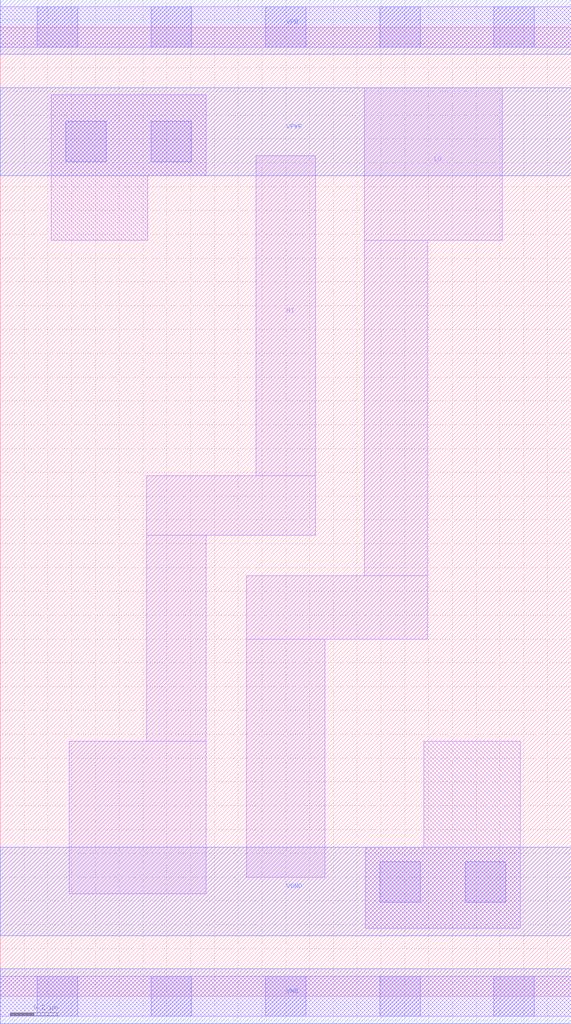
<source format=lef>
# Copyright 2020 The SkyWater PDK Authors
#
# Licensed under the Apache License, Version 2.0 (the "License");
# you may not use this file except in compliance with the License.
# You may obtain a copy of the License at
#
#     https://www.apache.org/licenses/LICENSE-2.0
#
# Unless required by applicable law or agreed to in writing, software
# distributed under the License is distributed on an "AS IS" BASIS,
# WITHOUT WARRANTIES OR CONDITIONS OF ANY KIND, either express or implied.
# See the License for the specific language governing permissions and
# limitations under the License.
#
# SPDX-License-Identifier: Apache-2.0

VERSION 5.7 ;
  NOWIREEXTENSIONATPIN ON ;
  DIVIDERCHAR "/" ;
  BUSBITCHARS "[]" ;
UNITS
  DATABASE MICRONS 200 ;
END UNITS
MACRO sky130_fd_sc_hvl__conb_1
  CLASS CORE ;
  FOREIGN sky130_fd_sc_hvl__conb_1 ;
  ORIGIN  0.000000  0.000000 ;
  SIZE  2.400000 BY  4.070000 ;
  SYMMETRY X Y ;
  SITE unithv ;
  PIN HI
    DIRECTION OUTPUT ;
    USE SIGNAL ;
    PORT
      LAYER li1 ;
        RECT 0.290000 0.430000 0.865000 1.070000 ;
        RECT 0.615000 1.070000 0.865000 1.935000 ;
        RECT 0.615000 1.935000 1.325000 2.185000 ;
        RECT 1.075000 2.185000 1.325000 3.530000 ;
    END
  END HI
  PIN LO
    DIRECTION OUTPUT ;
    USE SIGNAL ;
    PORT
      LAYER li1 ;
        RECT 1.035000 0.500000 1.365000 1.500000 ;
        RECT 1.035000 1.500000 1.795000 1.765000 ;
        RECT 1.530000 1.765000 1.795000 3.175000 ;
        RECT 1.530000 3.175000 2.110000 3.815000 ;
    END
  END LO
  PIN VGND
    DIRECTION INOUT ;
    USE GROUND ;
    PORT
      LAYER met1 ;
        RECT 0.000000 0.255000 2.400000 0.625000 ;
    END
  END VGND
  PIN VNB
    DIRECTION INOUT ;
    USE GROUND ;
    PORT
      LAYER met1 ;
        RECT 0.000000 -0.115000 2.400000 0.115000 ;
    END
  END VNB
  PIN VPB
    DIRECTION INOUT ;
    USE POWER ;
    PORT
      LAYER met1 ;
        RECT 0.000000 3.955000 2.400000 4.185000 ;
    END
  END VPB
  PIN VPWR
    DIRECTION INOUT ;
    USE POWER ;
    PORT
      LAYER met1 ;
        RECT 0.000000 3.445000 2.400000 3.815000 ;
    END
  END VPWR
  OBS
    LAYER li1 ;
      RECT 0.000000 -0.085000 2.400000 0.085000 ;
      RECT 0.000000  3.985000 2.400000 4.155000 ;
      RECT 0.215000  3.175000 0.620000 3.445000 ;
      RECT 0.215000  3.445000 0.865000 3.785000 ;
      RECT 1.535000  0.285000 2.185000 0.625000 ;
      RECT 1.780000  0.625000 2.185000 1.070000 ;
    LAYER mcon ;
      RECT 0.155000 -0.085000 0.325000 0.085000 ;
      RECT 0.155000  3.985000 0.325000 4.155000 ;
      RECT 0.275000  3.505000 0.445000 3.675000 ;
      RECT 0.635000 -0.085000 0.805000 0.085000 ;
      RECT 0.635000  3.505000 0.805000 3.675000 ;
      RECT 0.635000  3.985000 0.805000 4.155000 ;
      RECT 1.115000 -0.085000 1.285000 0.085000 ;
      RECT 1.115000  3.985000 1.285000 4.155000 ;
      RECT 1.595000 -0.085000 1.765000 0.085000 ;
      RECT 1.595000  0.395000 1.765000 0.565000 ;
      RECT 1.595000  3.985000 1.765000 4.155000 ;
      RECT 1.955000  0.395000 2.125000 0.565000 ;
      RECT 2.075000 -0.085000 2.245000 0.085000 ;
      RECT 2.075000  3.985000 2.245000 4.155000 ;
  END
END sky130_fd_sc_hvl__conb_1
END LIBRARY

</source>
